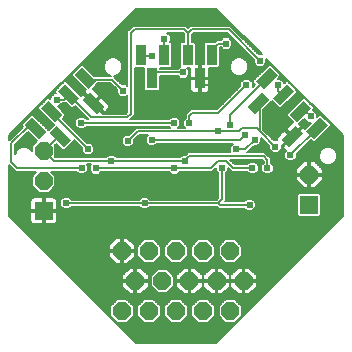
<source format=gbl>
G75*
%MOIN*%
%OFA0B0*%
%FSLAX24Y24*%
%IPPOS*%
%LPD*%
%AMOC8*
5,1,8,0,0,1.08239X$1,22.5*
%
%ADD10OC8,0.0594*%
%ADD11R,0.0600X0.0600*%
%ADD12OC8,0.0600*%
%ADD13R,0.0354X0.0669*%
%ADD14C,0.0238*%
%ADD15C,0.0060*%
%ADD16C,0.0120*%
D10*
X004834Y006096D03*
X005736Y006096D03*
X006185Y007096D03*
X007086Y007096D03*
X006638Y008096D03*
X007539Y008096D03*
X007988Y007096D03*
X007539Y006096D03*
X006638Y006096D03*
X005283Y007096D03*
X004834Y008096D03*
X005736Y008096D03*
X008441Y008096D03*
X008890Y007096D03*
X008441Y006096D03*
D11*
X011074Y009633D03*
X002229Y009431D03*
D12*
X002229Y010431D03*
X002229Y011431D03*
X011074Y010633D03*
D13*
G36*
X010390Y011550D02*
X010140Y011800D01*
X010612Y012272D01*
X010862Y012022D01*
X010390Y011550D01*
G37*
G36*
X011226Y011828D02*
X010976Y012078D01*
X011448Y012550D01*
X011698Y012300D01*
X011226Y011828D01*
G37*
G36*
X010669Y012385D02*
X010419Y012635D01*
X010891Y013107D01*
X011141Y012857D01*
X010669Y012385D01*
G37*
G36*
X010112Y012942D02*
X009862Y013192D01*
X010334Y013664D01*
X010584Y013414D01*
X010112Y012942D01*
G37*
G36*
X009277Y012663D02*
X009027Y012913D01*
X009499Y013385D01*
X009749Y013135D01*
X009277Y012663D01*
G37*
G36*
X009555Y013498D02*
X009305Y013748D01*
X009777Y014220D01*
X010027Y013970D01*
X009555Y013498D01*
G37*
X007821Y014636D03*
X007428Y013848D03*
X007034Y014636D03*
X006247Y014636D03*
X005853Y013848D03*
X005459Y014636D03*
G36*
X004254Y012913D02*
X004004Y012663D01*
X003532Y013135D01*
X003782Y013385D01*
X004254Y012913D01*
G37*
G36*
X003975Y013748D02*
X003725Y013498D01*
X003253Y013970D01*
X003503Y014220D01*
X003975Y013748D01*
G37*
G36*
X003419Y013192D02*
X003169Y012942D01*
X002697Y013414D01*
X002947Y013664D01*
X003419Y013192D01*
G37*
G36*
X002862Y012635D02*
X002612Y012385D01*
X002140Y012857D01*
X002390Y013107D01*
X002862Y012635D01*
G37*
G36*
X003140Y011800D02*
X002890Y011550D01*
X002418Y012022D01*
X002668Y012272D01*
X003140Y011800D01*
G37*
G36*
X002305Y012078D02*
X002055Y011828D01*
X001583Y012300D01*
X001833Y012550D01*
X002305Y012078D01*
G37*
D14*
X001640Y011762D03*
X002660Y013143D03*
X003480Y012363D03*
X003700Y011493D03*
X003491Y010856D03*
X003970Y010853D03*
X004480Y011103D03*
X005030Y011763D03*
X005538Y011525D03*
X005830Y011793D03*
X006444Y011486D03*
X006950Y011103D03*
X006580Y010853D03*
X005590Y009693D03*
X005066Y009124D03*
X004240Y008253D03*
X003680Y008263D03*
X003680Y007573D03*
X004240Y007573D03*
X002980Y009693D03*
X004318Y011998D03*
X004870Y013443D03*
X004420Y013553D03*
X004751Y015187D03*
X005850Y014613D03*
X006250Y015173D03*
X006759Y015266D03*
X007428Y014833D03*
X006872Y014053D03*
X007080Y012353D03*
X006570Y012363D03*
X008030Y012093D03*
X008430Y012303D03*
X008940Y011953D03*
X009270Y011813D03*
X009440Y011553D03*
X009950Y011573D03*
X010452Y011289D03*
X009680Y010863D03*
X009180Y010863D03*
X008640Y011483D03*
X008170Y010863D03*
X009090Y009633D03*
X009080Y008393D03*
X009080Y007873D03*
X009860Y007533D03*
X010420Y008093D03*
X009860Y008393D03*
X010980Y008653D03*
X011719Y011840D03*
X011129Y012588D03*
X010900Y012303D03*
X010030Y013633D03*
X009430Y014133D03*
X009436Y014439D03*
X008980Y013633D03*
X008580Y013643D03*
X008648Y014793D03*
X008300Y015013D03*
X008136Y015777D03*
D15*
X008631Y005698D02*
X004649Y005698D01*
X004674Y005709D02*
X004995Y005709D01*
X005221Y005935D01*
X005221Y006256D01*
X004995Y006482D01*
X004674Y006482D01*
X004448Y006256D01*
X004448Y005935D01*
X004674Y005709D01*
X004627Y005756D02*
X004591Y005756D01*
X004568Y005815D02*
X004532Y005815D01*
X004510Y005873D02*
X004474Y005873D01*
X004451Y005932D02*
X004415Y005932D01*
X004448Y005990D02*
X004357Y005990D01*
X004298Y006049D02*
X004448Y006049D01*
X004448Y006107D02*
X004240Y006107D01*
X004181Y006166D02*
X004448Y006166D01*
X004448Y006224D02*
X004123Y006224D01*
X004064Y006283D02*
X004475Y006283D01*
X004533Y006341D02*
X004006Y006341D01*
X003947Y006400D02*
X004592Y006400D01*
X004650Y006458D02*
X003889Y006458D01*
X003830Y006517D02*
X009450Y006517D01*
X009392Y006458D02*
X008625Y006458D01*
X008601Y006482D02*
X008281Y006482D01*
X008054Y006256D01*
X008054Y005935D01*
X008281Y005709D01*
X008601Y005709D01*
X008828Y005935D01*
X008828Y006256D01*
X008601Y006482D01*
X008684Y006400D02*
X009333Y006400D01*
X009275Y006341D02*
X008742Y006341D01*
X008801Y006283D02*
X009216Y006283D01*
X009158Y006224D02*
X008828Y006224D01*
X008828Y006166D02*
X009099Y006166D01*
X009041Y006107D02*
X008828Y006107D01*
X008828Y006049D02*
X008982Y006049D01*
X008924Y005990D02*
X008828Y005990D01*
X008824Y005932D02*
X008865Y005932D01*
X008807Y005873D02*
X008766Y005873D01*
X008748Y005815D02*
X008707Y005815D01*
X008690Y005756D02*
X008649Y005756D01*
X008573Y005639D02*
X004708Y005639D01*
X004766Y005581D02*
X008514Y005581D01*
X008456Y005522D02*
X004825Y005522D01*
X004883Y005464D02*
X008397Y005464D01*
X008339Y005405D02*
X004942Y005405D01*
X005000Y005347D02*
X008280Y005347D01*
X008222Y005288D02*
X005059Y005288D01*
X005117Y005230D02*
X008163Y005230D01*
X008105Y005171D02*
X005176Y005171D01*
X005234Y005113D02*
X008046Y005113D01*
X007988Y005054D02*
X005293Y005054D01*
X005307Y005040D02*
X001080Y009267D01*
X001080Y010953D01*
X001226Y010806D01*
X001297Y010736D01*
X001982Y010736D01*
X001839Y010593D01*
X001839Y010270D01*
X002067Y010041D01*
X002390Y010041D01*
X002619Y010270D01*
X002619Y010593D01*
X002476Y010736D01*
X003315Y010736D01*
X003404Y010647D01*
X003577Y010647D01*
X003700Y010770D01*
X003700Y010943D01*
X003659Y010983D01*
X003805Y010983D01*
X003761Y010940D01*
X003761Y010767D01*
X003884Y010644D01*
X004057Y010644D01*
X004146Y010733D01*
X006405Y010733D01*
X006494Y010644D01*
X006667Y010644D01*
X006756Y010733D01*
X007840Y010733D01*
X007961Y010855D01*
X007961Y010777D01*
X008050Y010688D01*
X008050Y009868D01*
X007996Y009813D01*
X005766Y009813D01*
X005677Y009902D01*
X005504Y009902D01*
X005415Y009813D01*
X003156Y009813D01*
X003067Y009902D01*
X002894Y009902D01*
X002771Y009780D01*
X002771Y009607D01*
X002894Y009484D01*
X003067Y009484D01*
X003156Y009573D01*
X005415Y009573D01*
X005504Y009484D01*
X005677Y009484D01*
X005766Y009573D01*
X007996Y009573D01*
X008056Y009513D01*
X008915Y009513D01*
X009004Y009424D01*
X009177Y009424D01*
X009299Y009547D01*
X009299Y009720D01*
X009177Y009842D01*
X009004Y009842D01*
X008915Y009753D01*
X008275Y009753D01*
X008290Y009769D01*
X008290Y010688D01*
X008379Y010777D01*
X008379Y010855D01*
X008420Y010814D01*
X008491Y010743D01*
X009005Y010743D01*
X009094Y010654D01*
X009267Y010654D01*
X009389Y010777D01*
X009389Y010950D01*
X009267Y011072D01*
X009094Y011072D01*
X009005Y010983D01*
X008590Y010983D01*
X008430Y011143D01*
X009506Y011143D01*
X009560Y011089D01*
X009560Y011039D01*
X009471Y010950D01*
X009471Y010777D01*
X009594Y010654D01*
X009767Y010654D01*
X009889Y010777D01*
X009889Y010950D01*
X009800Y011039D01*
X009800Y011188D01*
X009675Y011313D01*
X009605Y011383D01*
X009010Y011383D01*
X009060Y011434D01*
X009231Y011604D01*
X009357Y011604D01*
X009479Y011727D01*
X009479Y011875D01*
X009741Y011613D01*
X009741Y011487D01*
X009864Y011364D01*
X010037Y011364D01*
X010159Y011487D01*
X010159Y011611D01*
X010459Y011911D01*
X010250Y012120D01*
X010021Y011890D01*
X010002Y011857D01*
X009991Y011819D01*
X009991Y011782D01*
X009911Y011782D01*
X009550Y012143D01*
X009550Y012809D01*
X009833Y013092D01*
X010074Y012851D01*
X010149Y012851D01*
X010675Y013377D01*
X010675Y013451D01*
X010372Y013755D01*
X010297Y013755D01*
X010239Y013697D01*
X010239Y013720D01*
X010117Y013842D01*
X010027Y013842D01*
X010118Y013934D01*
X010118Y014008D01*
X009815Y014311D01*
X009740Y014311D01*
X009214Y013785D01*
X009214Y013711D01*
X009281Y013644D01*
X009189Y013552D01*
X009189Y013720D01*
X009067Y013842D01*
X008894Y013842D01*
X008771Y013720D01*
X008771Y013594D01*
X008001Y012823D01*
X007129Y012823D01*
X007059Y012753D01*
X006960Y012655D01*
X006960Y012529D01*
X006871Y012440D01*
X006871Y012267D01*
X006925Y012213D01*
X006716Y012213D01*
X006779Y012277D01*
X006779Y012450D01*
X006657Y012572D01*
X006484Y012572D01*
X006395Y012483D01*
X005115Y012483D01*
X005135Y012504D01*
X005260Y012629D01*
X005260Y014211D01*
X005586Y014211D01*
X005586Y013476D01*
X005639Y013424D01*
X006067Y013424D01*
X006120Y013476D01*
X006120Y013933D01*
X006696Y013933D01*
X006785Y013844D01*
X006958Y013844D01*
X007081Y013967D01*
X007081Y014140D01*
X007010Y014211D01*
X007105Y014211D01*
X007103Y014202D01*
X007103Y013878D01*
X007398Y013878D01*
X007398Y013818D01*
X007458Y013818D01*
X007458Y013878D01*
X007753Y013878D01*
X007753Y014202D01*
X007751Y014211D01*
X008036Y014211D01*
X008089Y014264D01*
X008089Y014882D01*
X008136Y014882D01*
X008125Y014893D02*
X008214Y014804D01*
X008387Y014804D01*
X008509Y014927D01*
X008509Y015100D01*
X008387Y015222D01*
X008214Y015222D01*
X008125Y015133D01*
X008001Y015133D01*
X007928Y015060D01*
X007607Y015060D01*
X007554Y015008D01*
X007554Y014331D01*
X007458Y014331D01*
X007458Y013878D01*
X007398Y013878D01*
X007398Y014331D01*
X007301Y014331D01*
X007301Y015008D01*
X007249Y015060D01*
X007154Y015060D01*
X007154Y015309D01*
X007209Y015363D01*
X008341Y015363D01*
X009227Y014478D01*
X009227Y014352D01*
X009349Y014230D01*
X009522Y014230D01*
X009645Y014352D01*
X009645Y014503D01*
X012201Y011949D01*
X012201Y009267D01*
X007973Y005040D01*
X005307Y005040D01*
X005576Y005709D02*
X005896Y005709D01*
X006123Y005935D01*
X006123Y006256D01*
X005896Y006482D01*
X005576Y006482D01*
X005349Y006256D01*
X005349Y005935D01*
X005576Y005709D01*
X005528Y005756D02*
X005042Y005756D01*
X005101Y005815D02*
X005470Y005815D01*
X005411Y005873D02*
X005159Y005873D01*
X005218Y005932D02*
X005353Y005932D01*
X005349Y005990D02*
X005221Y005990D01*
X005221Y006049D02*
X005349Y006049D01*
X005349Y006107D02*
X005221Y006107D01*
X005221Y006166D02*
X005349Y006166D01*
X005349Y006224D02*
X005221Y006224D01*
X005194Y006283D02*
X005376Y006283D01*
X005435Y006341D02*
X005136Y006341D01*
X005077Y006400D02*
X005493Y006400D01*
X005552Y006458D02*
X005019Y006458D01*
X005099Y006651D02*
X005253Y006651D01*
X005253Y007066D01*
X004838Y007066D01*
X004838Y006911D01*
X005099Y006651D01*
X005057Y006692D02*
X003655Y006692D01*
X003713Y006634D02*
X009567Y006634D01*
X009509Y006575D02*
X003772Y006575D01*
X003596Y006751D02*
X004999Y006751D01*
X004940Y006809D02*
X003538Y006809D01*
X003479Y006868D02*
X004882Y006868D01*
X004838Y006926D02*
X003421Y006926D01*
X003362Y006985D02*
X004838Y006985D01*
X004838Y007043D02*
X003304Y007043D01*
X003245Y007102D02*
X005253Y007102D01*
X005253Y007126D02*
X005253Y007066D01*
X005313Y007066D01*
X005313Y007126D01*
X005253Y007126D01*
X005253Y007540D01*
X005099Y007540D01*
X004838Y007280D01*
X004838Y007126D01*
X005253Y007126D01*
X005253Y007160D02*
X005313Y007160D01*
X005313Y007126D02*
X005313Y007540D01*
X005468Y007540D01*
X005728Y007280D01*
X005728Y007126D01*
X005313Y007126D01*
X005313Y007102D02*
X005798Y007102D01*
X005798Y007160D02*
X005728Y007160D01*
X005728Y007219D02*
X005798Y007219D01*
X005798Y007256D02*
X005798Y006935D01*
X006025Y006709D01*
X006345Y006709D01*
X006572Y006935D01*
X006572Y007256D01*
X006345Y007482D01*
X006025Y007482D01*
X005798Y007256D01*
X005820Y007277D02*
X005728Y007277D01*
X005672Y007336D02*
X005878Y007336D01*
X005937Y007394D02*
X005614Y007394D01*
X005555Y007453D02*
X005995Y007453D01*
X005896Y007709D02*
X006123Y007935D01*
X006123Y008256D01*
X005896Y008482D01*
X005576Y008482D01*
X005349Y008256D01*
X005349Y007935D01*
X005576Y007709D01*
X005896Y007709D01*
X005933Y007745D02*
X006441Y007745D01*
X006477Y007709D02*
X006798Y007709D01*
X007024Y007935D01*
X007024Y008256D01*
X006798Y008482D01*
X006477Y008482D01*
X006251Y008256D01*
X006251Y007935D01*
X006477Y007709D01*
X006382Y007804D02*
X005991Y007804D01*
X006050Y007862D02*
X006324Y007862D01*
X006265Y007921D02*
X006108Y007921D01*
X006123Y007979D02*
X006251Y007979D01*
X006251Y008038D02*
X006123Y008038D01*
X006123Y008096D02*
X006251Y008096D01*
X006251Y008155D02*
X006123Y008155D01*
X006123Y008213D02*
X006251Y008213D01*
X006267Y008272D02*
X006107Y008272D01*
X006048Y008330D02*
X006325Y008330D01*
X006384Y008389D02*
X005990Y008389D01*
X005931Y008447D02*
X006442Y008447D01*
X006833Y008447D02*
X007344Y008447D01*
X007379Y008482D02*
X007152Y008256D01*
X007152Y007935D01*
X007379Y007709D01*
X007699Y007709D01*
X007926Y007935D01*
X007926Y008256D01*
X007699Y008482D01*
X007379Y008482D01*
X007285Y008389D02*
X006891Y008389D01*
X006950Y008330D02*
X007227Y008330D01*
X007168Y008272D02*
X007008Y008272D01*
X007024Y008213D02*
X007152Y008213D01*
X007152Y008155D02*
X007024Y008155D01*
X007024Y008096D02*
X007152Y008096D01*
X007152Y008038D02*
X007024Y008038D01*
X007024Y007979D02*
X007152Y007979D01*
X007167Y007921D02*
X007010Y007921D01*
X006952Y007862D02*
X007225Y007862D01*
X007284Y007804D02*
X006893Y007804D01*
X006835Y007745D02*
X007342Y007745D01*
X007271Y007540D02*
X007116Y007540D01*
X007116Y007126D01*
X007056Y007126D01*
X007056Y007540D01*
X006902Y007540D01*
X006641Y007280D01*
X006641Y007126D01*
X007056Y007126D01*
X007056Y007066D01*
X006641Y007066D01*
X006641Y006911D01*
X006902Y006651D01*
X007056Y006651D01*
X007056Y007066D01*
X007116Y007066D01*
X007116Y007126D01*
X007531Y007126D01*
X007531Y007280D01*
X007271Y007540D01*
X007300Y007511D02*
X007775Y007511D01*
X007804Y007540D02*
X007543Y007280D01*
X007543Y007126D01*
X007958Y007126D01*
X007958Y007540D01*
X007804Y007540D01*
X007716Y007453D02*
X007358Y007453D01*
X007417Y007394D02*
X007658Y007394D01*
X007599Y007336D02*
X007475Y007336D01*
X007531Y007277D02*
X007543Y007277D01*
X007543Y007219D02*
X007531Y007219D01*
X007531Y007160D02*
X007543Y007160D01*
X007543Y007066D02*
X007543Y006911D01*
X007804Y006651D01*
X007958Y006651D01*
X007958Y007066D01*
X007543Y007066D01*
X007531Y007066D02*
X007116Y007066D01*
X007116Y006651D01*
X007271Y006651D01*
X007531Y006911D01*
X007531Y007066D01*
X007531Y007043D02*
X007543Y007043D01*
X007543Y006985D02*
X007531Y006985D01*
X007531Y006926D02*
X007543Y006926D01*
X007586Y006868D02*
X007488Y006868D01*
X007430Y006809D02*
X007645Y006809D01*
X007703Y006751D02*
X007371Y006751D01*
X007313Y006692D02*
X007762Y006692D01*
X007699Y006482D02*
X007379Y006482D01*
X007152Y006256D01*
X007152Y005935D01*
X007379Y005709D01*
X007699Y005709D01*
X007926Y005935D01*
X007926Y006256D01*
X007699Y006482D01*
X007723Y006458D02*
X008256Y006458D01*
X008198Y006400D02*
X007782Y006400D01*
X007840Y006341D02*
X008139Y006341D01*
X008081Y006283D02*
X007899Y006283D01*
X007926Y006224D02*
X008054Y006224D01*
X008054Y006166D02*
X007926Y006166D01*
X007926Y006107D02*
X008054Y006107D01*
X008054Y006049D02*
X007926Y006049D01*
X007926Y005990D02*
X008054Y005990D01*
X008057Y005932D02*
X007923Y005932D01*
X007864Y005873D02*
X008116Y005873D01*
X008174Y005815D02*
X007806Y005815D01*
X007747Y005756D02*
X008233Y005756D01*
X008172Y006651D02*
X008018Y006651D01*
X008018Y007066D01*
X008018Y007126D01*
X007958Y007126D01*
X007958Y007066D01*
X008018Y007066D01*
X008433Y007066D01*
X008433Y006911D01*
X008172Y006651D01*
X008214Y006692D02*
X008664Y006692D01*
X008705Y006651D02*
X008445Y006911D01*
X008445Y007066D01*
X008860Y007066D01*
X008860Y007126D01*
X008860Y007540D01*
X008705Y007540D01*
X008445Y007280D01*
X008445Y007126D01*
X008860Y007126D01*
X008920Y007126D01*
X008920Y007540D01*
X009074Y007540D01*
X009335Y007280D01*
X009335Y007126D01*
X008920Y007126D01*
X008920Y007066D01*
X009335Y007066D01*
X009335Y006911D01*
X009074Y006651D01*
X008920Y006651D01*
X008920Y007066D01*
X008860Y007066D01*
X008860Y006651D01*
X008705Y006651D01*
X008605Y006751D02*
X008273Y006751D01*
X008331Y006809D02*
X008547Y006809D01*
X008488Y006868D02*
X008390Y006868D01*
X008433Y006926D02*
X008445Y006926D01*
X008445Y006985D02*
X008433Y006985D01*
X008433Y007043D02*
X008445Y007043D01*
X008433Y007126D02*
X008433Y007280D01*
X008172Y007540D01*
X008018Y007540D01*
X008018Y007126D01*
X008433Y007126D01*
X008433Y007160D02*
X008445Y007160D01*
X008445Y007219D02*
X008433Y007219D01*
X008433Y007277D02*
X008445Y007277D01*
X008501Y007336D02*
X008377Y007336D01*
X008318Y007394D02*
X008559Y007394D01*
X008618Y007453D02*
X008260Y007453D01*
X008201Y007511D02*
X008676Y007511D01*
X008601Y007709D02*
X008828Y007935D01*
X008828Y008256D01*
X008601Y008482D01*
X008281Y008482D01*
X008054Y008256D01*
X008054Y007935D01*
X008281Y007709D01*
X008601Y007709D01*
X008638Y007745D02*
X010679Y007745D01*
X010620Y007687D02*
X005055Y007687D01*
X005019Y007651D02*
X004864Y007651D01*
X004864Y008066D01*
X004864Y008126D01*
X004804Y008126D01*
X004804Y008540D01*
X004650Y008540D01*
X004390Y008280D01*
X004390Y008126D01*
X004804Y008126D01*
X004804Y008066D01*
X004390Y008066D01*
X004390Y007911D01*
X004650Y007651D01*
X004804Y007651D01*
X004804Y008066D01*
X004864Y008066D01*
X005279Y008066D01*
X005279Y007911D01*
X005019Y007651D01*
X005114Y007745D02*
X005539Y007745D01*
X005481Y007804D02*
X005172Y007804D01*
X005231Y007862D02*
X005422Y007862D01*
X005364Y007921D02*
X005279Y007921D01*
X005279Y007979D02*
X005349Y007979D01*
X005349Y008038D02*
X005279Y008038D01*
X005279Y008126D02*
X005279Y008280D01*
X005019Y008540D01*
X004864Y008540D01*
X004864Y008126D01*
X005279Y008126D01*
X005279Y008155D02*
X005349Y008155D01*
X005349Y008213D02*
X005279Y008213D01*
X005279Y008272D02*
X005365Y008272D01*
X005424Y008330D02*
X005229Y008330D01*
X005170Y008389D02*
X005482Y008389D01*
X005541Y008447D02*
X005112Y008447D01*
X005053Y008506D02*
X011439Y008506D01*
X011381Y008447D02*
X008636Y008447D01*
X008695Y008389D02*
X011322Y008389D01*
X011264Y008330D02*
X008753Y008330D01*
X008812Y008272D02*
X011205Y008272D01*
X011147Y008213D02*
X008828Y008213D01*
X008828Y008155D02*
X011088Y008155D01*
X011030Y008096D02*
X008828Y008096D01*
X008828Y008038D02*
X010971Y008038D01*
X010913Y007979D02*
X008828Y007979D01*
X008813Y007921D02*
X010854Y007921D01*
X010796Y007862D02*
X008755Y007862D01*
X008696Y007804D02*
X010737Y007804D01*
X010562Y007628D02*
X002719Y007628D01*
X002777Y007570D02*
X010503Y007570D01*
X010445Y007511D02*
X009103Y007511D01*
X009162Y007453D02*
X010386Y007453D01*
X010328Y007394D02*
X009220Y007394D01*
X009279Y007336D02*
X010269Y007336D01*
X010211Y007277D02*
X009335Y007277D01*
X009335Y007219D02*
X010152Y007219D01*
X010094Y007160D02*
X009335Y007160D01*
X009335Y007043D02*
X009977Y007043D01*
X009918Y006985D02*
X009335Y006985D01*
X009335Y006926D02*
X009860Y006926D01*
X009801Y006868D02*
X009291Y006868D01*
X009233Y006809D02*
X009743Y006809D01*
X009684Y006751D02*
X009174Y006751D01*
X009116Y006692D02*
X009626Y006692D01*
X010035Y007102D02*
X008920Y007102D01*
X008920Y007160D02*
X008860Y007160D01*
X008860Y007102D02*
X008018Y007102D01*
X008018Y007160D02*
X007958Y007160D01*
X007958Y007102D02*
X007116Y007102D01*
X007116Y007160D02*
X007056Y007160D01*
X007056Y007102D02*
X006572Y007102D01*
X006572Y007160D02*
X006641Y007160D01*
X006641Y007219D02*
X006572Y007219D01*
X006550Y007277D02*
X006641Y007277D01*
X006697Y007336D02*
X006492Y007336D01*
X006433Y007394D02*
X006756Y007394D01*
X006814Y007453D02*
X006375Y007453D01*
X006572Y007043D02*
X006641Y007043D01*
X006641Y006985D02*
X006572Y006985D01*
X006563Y006926D02*
X006641Y006926D01*
X006685Y006868D02*
X006504Y006868D01*
X006446Y006809D02*
X006743Y006809D01*
X006802Y006751D02*
X006387Y006751D01*
X006477Y006482D02*
X006251Y006256D01*
X006251Y005935D01*
X006477Y005709D01*
X006798Y005709D01*
X007024Y005935D01*
X007024Y006256D01*
X006798Y006482D01*
X006477Y006482D01*
X006453Y006458D02*
X005920Y006458D01*
X005979Y006400D02*
X006395Y006400D01*
X006336Y006341D02*
X006037Y006341D01*
X006096Y006283D02*
X006278Y006283D01*
X006251Y006224D02*
X006123Y006224D01*
X006123Y006166D02*
X006251Y006166D01*
X006251Y006107D02*
X006123Y006107D01*
X006123Y006049D02*
X006251Y006049D01*
X006251Y005990D02*
X006123Y005990D01*
X006119Y005932D02*
X006254Y005932D01*
X006313Y005873D02*
X006061Y005873D01*
X006002Y005815D02*
X006371Y005815D01*
X006430Y005756D02*
X005944Y005756D01*
X005982Y006751D02*
X005568Y006751D01*
X005626Y006809D02*
X005924Y006809D01*
X005865Y006868D02*
X005685Y006868D01*
X005728Y006911D02*
X005728Y007066D01*
X005313Y007066D01*
X005313Y006651D01*
X005468Y006651D01*
X005728Y006911D01*
X005728Y006926D02*
X005807Y006926D01*
X005798Y006985D02*
X005728Y006985D01*
X005728Y007043D02*
X005798Y007043D01*
X005509Y006692D02*
X006860Y006692D01*
X007056Y006692D02*
X007116Y006692D01*
X007116Y006751D02*
X007056Y006751D01*
X007056Y006809D02*
X007116Y006809D01*
X007116Y006868D02*
X007056Y006868D01*
X007056Y006926D02*
X007116Y006926D01*
X007116Y006985D02*
X007056Y006985D01*
X007056Y007043D02*
X007116Y007043D01*
X007116Y007219D02*
X007056Y007219D01*
X007056Y007277D02*
X007116Y007277D01*
X007116Y007336D02*
X007056Y007336D01*
X007056Y007394D02*
X007116Y007394D01*
X007116Y007453D02*
X007056Y007453D01*
X007056Y007511D02*
X007116Y007511D01*
X006873Y007511D02*
X005497Y007511D01*
X005313Y007511D02*
X005253Y007511D01*
X005253Y007453D02*
X005313Y007453D01*
X005313Y007394D02*
X005253Y007394D01*
X005253Y007336D02*
X005313Y007336D01*
X005313Y007277D02*
X005253Y007277D01*
X005253Y007219D02*
X005313Y007219D01*
X005313Y007043D02*
X005253Y007043D01*
X005253Y006985D02*
X005313Y006985D01*
X005313Y006926D02*
X005253Y006926D01*
X005253Y006868D02*
X005313Y006868D01*
X005313Y006809D02*
X005253Y006809D01*
X005253Y006751D02*
X005313Y006751D01*
X005313Y006692D02*
X005253Y006692D01*
X004838Y007160D02*
X003187Y007160D01*
X003128Y007219D02*
X004838Y007219D01*
X004838Y007277D02*
X003070Y007277D01*
X003011Y007336D02*
X004894Y007336D01*
X004953Y007394D02*
X002953Y007394D01*
X002894Y007453D02*
X005011Y007453D01*
X005070Y007511D02*
X002836Y007511D01*
X002660Y007687D02*
X004614Y007687D01*
X004555Y007745D02*
X002602Y007745D01*
X002543Y007804D02*
X004497Y007804D01*
X004438Y007862D02*
X002485Y007862D01*
X002426Y007921D02*
X004390Y007921D01*
X004390Y007979D02*
X002368Y007979D01*
X002309Y008038D02*
X004390Y008038D01*
X004390Y008155D02*
X002192Y008155D01*
X002134Y008213D02*
X004390Y008213D01*
X004390Y008272D02*
X002075Y008272D01*
X002017Y008330D02*
X004440Y008330D01*
X004499Y008389D02*
X001958Y008389D01*
X001900Y008447D02*
X004557Y008447D01*
X004616Y008506D02*
X001841Y008506D01*
X001783Y008564D02*
X011498Y008564D01*
X011556Y008623D02*
X001724Y008623D01*
X001666Y008681D02*
X011615Y008681D01*
X011673Y008740D02*
X001607Y008740D01*
X001549Y008798D02*
X011732Y008798D01*
X011790Y008857D02*
X001490Y008857D01*
X001432Y008915D02*
X011849Y008915D01*
X011907Y008974D02*
X001373Y008974D01*
X001315Y009032D02*
X001818Y009032D01*
X001810Y009041D02*
X001838Y009013D01*
X001872Y008993D01*
X001909Y008983D01*
X002199Y008983D01*
X002199Y009401D01*
X002259Y009401D01*
X002259Y008983D01*
X002548Y008983D01*
X002586Y008993D01*
X002620Y009013D01*
X002647Y009041D01*
X002667Y009074D01*
X002677Y009112D01*
X002677Y009401D01*
X002259Y009401D01*
X002259Y009461D01*
X002677Y009461D01*
X002677Y009751D01*
X002667Y009789D01*
X002647Y009822D01*
X002620Y009850D01*
X002586Y009870D01*
X002548Y009880D01*
X002259Y009880D01*
X002259Y009461D01*
X002199Y009461D01*
X002199Y009401D01*
X001781Y009401D01*
X001781Y009112D01*
X001791Y009074D01*
X001810Y009041D01*
X001786Y009091D02*
X001256Y009091D01*
X001198Y009149D02*
X001781Y009149D01*
X001781Y009208D02*
X001139Y009208D01*
X001081Y009266D02*
X001781Y009266D01*
X001781Y009325D02*
X001080Y009325D01*
X001080Y009383D02*
X001781Y009383D01*
X001781Y009461D02*
X001781Y009751D01*
X001791Y009789D01*
X001810Y009822D01*
X001838Y009850D01*
X001872Y009870D01*
X001909Y009880D01*
X002199Y009880D01*
X002199Y009461D01*
X001781Y009461D01*
X001781Y009500D02*
X001080Y009500D01*
X001080Y009442D02*
X002199Y009442D01*
X002199Y009500D02*
X002259Y009500D01*
X002259Y009442D02*
X008986Y009442D01*
X008928Y009500D02*
X005693Y009500D01*
X005752Y009559D02*
X008010Y009559D01*
X008105Y009633D02*
X008045Y009693D01*
X008170Y009818D01*
X008170Y010863D01*
X008332Y010729D02*
X009019Y010729D01*
X009078Y010670D02*
X008290Y010670D01*
X008290Y010612D02*
X011044Y010612D01*
X011044Y010603D02*
X010626Y010603D01*
X010626Y010447D01*
X010889Y010185D01*
X011044Y010185D01*
X011044Y010603D01*
X011044Y010663D01*
X010626Y010663D01*
X010626Y010819D01*
X010889Y011081D01*
X011044Y011081D01*
X011044Y010663D01*
X011104Y010663D01*
X011104Y011081D01*
X011260Y011081D01*
X011522Y010819D01*
X011522Y010663D01*
X011104Y010663D01*
X011104Y010603D01*
X011104Y010185D01*
X011260Y010185D01*
X011522Y010447D01*
X011522Y010603D01*
X011104Y010603D01*
X011044Y010603D01*
X011044Y010553D02*
X011104Y010553D01*
X011104Y010495D02*
X011044Y010495D01*
X011044Y010436D02*
X011104Y010436D01*
X011104Y010378D02*
X011044Y010378D01*
X011044Y010319D02*
X011104Y010319D01*
X011104Y010261D02*
X011044Y010261D01*
X011044Y010202D02*
X011104Y010202D01*
X010871Y010202D02*
X008290Y010202D01*
X008290Y010144D02*
X012201Y010144D01*
X012201Y010202D02*
X011277Y010202D01*
X011336Y010261D02*
X012201Y010261D01*
X012201Y010319D02*
X011394Y010319D01*
X011453Y010378D02*
X012201Y010378D01*
X012201Y010436D02*
X011511Y010436D01*
X011522Y010495D02*
X012201Y010495D01*
X012201Y010553D02*
X011522Y010553D01*
X011522Y010670D02*
X012201Y010670D01*
X012201Y010612D02*
X011104Y010612D01*
X011104Y010670D02*
X011044Y010670D01*
X011044Y010729D02*
X011104Y010729D01*
X011104Y010787D02*
X011044Y010787D01*
X011044Y010846D02*
X011104Y010846D01*
X011104Y010904D02*
X011044Y010904D01*
X011044Y010963D02*
X011104Y010963D01*
X011104Y011021D02*
X011044Y011021D01*
X011044Y011080D02*
X011104Y011080D01*
X010887Y011080D02*
X009800Y011080D01*
X009800Y011138D02*
X010308Y011138D01*
X010366Y011080D02*
X010539Y011080D01*
X010661Y011203D01*
X010661Y011329D01*
X011129Y011796D01*
X011188Y011737D01*
X011263Y011737D01*
X011789Y012263D01*
X011789Y012338D01*
X011485Y012641D01*
X011411Y012641D01*
X011338Y012568D01*
X011338Y012675D01*
X011215Y012797D01*
X011209Y012797D01*
X011232Y012820D01*
X011232Y012895D01*
X010928Y013198D01*
X010854Y013198D01*
X010328Y012672D01*
X010328Y012597D01*
X010530Y012396D01*
X010522Y012391D01*
X010293Y012162D01*
X010501Y011953D01*
X010459Y011911D01*
X010501Y011868D01*
X010181Y011548D01*
X010299Y011431D01*
X010243Y011376D01*
X010243Y011203D01*
X010366Y011080D01*
X010249Y011197D02*
X009792Y011197D01*
X009733Y011255D02*
X010243Y011255D01*
X010243Y011314D02*
X009675Y011314D01*
X009616Y011372D02*
X009856Y011372D01*
X009797Y011431D02*
X009058Y011431D01*
X009116Y011489D02*
X009741Y011489D01*
X009741Y011548D02*
X009175Y011548D01*
X009359Y011606D02*
X009741Y011606D01*
X009689Y011665D02*
X009418Y011665D01*
X009476Y011723D02*
X009631Y011723D01*
X009572Y011782D02*
X009479Y011782D01*
X009479Y011840D02*
X009514Y011840D01*
X009678Y012016D02*
X010147Y012016D01*
X010205Y012074D02*
X009619Y012074D01*
X009561Y012133D02*
X010322Y012133D01*
X010322Y012191D02*
X009550Y012191D01*
X009550Y012250D02*
X010381Y012250D01*
X010439Y012308D02*
X009550Y012308D01*
X009550Y012367D02*
X010498Y012367D01*
X010500Y012425D02*
X009550Y012425D01*
X009550Y012484D02*
X010441Y012484D01*
X010383Y012542D02*
X009550Y012542D01*
X009550Y012601D02*
X010328Y012601D01*
X010328Y012659D02*
X009550Y012659D01*
X009550Y012718D02*
X010374Y012718D01*
X010432Y012776D02*
X009550Y012776D01*
X009576Y012835D02*
X010491Y012835D01*
X010549Y012893D02*
X010192Y012893D01*
X010250Y012952D02*
X010608Y012952D01*
X010666Y013010D02*
X010309Y013010D01*
X010367Y013069D02*
X010725Y013069D01*
X010783Y013127D02*
X010426Y013127D01*
X010484Y013186D02*
X010842Y013186D01*
X010904Y013244D02*
X010543Y013244D01*
X010601Y013303D02*
X010846Y013303D01*
X010787Y013361D02*
X010660Y013361D01*
X010675Y013420D02*
X010729Y013420D01*
X010670Y013478D02*
X010648Y013478D01*
X010612Y013537D02*
X010589Y013537D01*
X010553Y013595D02*
X010531Y013595D01*
X010494Y013654D02*
X010472Y013654D01*
X010436Y013712D02*
X010414Y013712D01*
X010377Y013771D02*
X010188Y013771D01*
X010239Y013712D02*
X010255Y013712D01*
X010319Y013829D02*
X010130Y013829D01*
X010073Y013888D02*
X010260Y013888D01*
X010202Y013946D02*
X010118Y013946D01*
X010118Y014005D02*
X010143Y014005D01*
X010085Y014063D02*
X010063Y014063D01*
X010026Y014122D02*
X010004Y014122D01*
X009967Y014180D02*
X009946Y014180D01*
X009909Y014239D02*
X009887Y014239D01*
X009850Y014297D02*
X009829Y014297D01*
X009792Y014356D02*
X009645Y014356D01*
X009645Y014414D02*
X009733Y014414D01*
X009675Y014473D02*
X009645Y014473D01*
X009590Y014297D02*
X009726Y014297D01*
X009668Y014239D02*
X009531Y014239D01*
X009609Y014180D02*
X009046Y014180D01*
X009046Y014181D02*
X009044Y014176D01*
X009044Y014170D01*
X008997Y014058D01*
X008911Y013972D01*
X008799Y013925D01*
X008677Y013925D01*
X008565Y013972D01*
X008479Y014058D01*
X008433Y014170D01*
X008433Y014292D01*
X008435Y014297D01*
X008435Y014303D01*
X008481Y014415D01*
X008567Y014501D01*
X008680Y014548D01*
X008801Y014548D01*
X008913Y014501D01*
X008999Y014415D01*
X009046Y014303D01*
X009046Y014181D01*
X009046Y014239D02*
X009340Y014239D01*
X009281Y014297D02*
X009046Y014297D01*
X009024Y014356D02*
X009227Y014356D01*
X009227Y014414D02*
X009000Y014414D01*
X008942Y014473D02*
X009227Y014473D01*
X009173Y014531D02*
X008840Y014531D01*
X008998Y014707D02*
X008089Y014707D01*
X008089Y014765D02*
X008939Y014765D01*
X008881Y014824D02*
X008407Y014824D01*
X008465Y014882D02*
X008822Y014882D01*
X008764Y014941D02*
X008509Y014941D01*
X008509Y014999D02*
X008705Y014999D01*
X008647Y015058D02*
X008509Y015058D01*
X008493Y015116D02*
X008588Y015116D01*
X008530Y015175D02*
X008434Y015175D01*
X008471Y015233D02*
X007154Y015233D01*
X007154Y015175D02*
X008166Y015175D01*
X008050Y015013D02*
X007930Y014893D01*
X007930Y014745D01*
X007821Y014636D01*
X007554Y014648D02*
X007301Y014648D01*
X007301Y014590D02*
X007554Y014590D01*
X007554Y014531D02*
X007301Y014531D01*
X007301Y014473D02*
X007554Y014473D01*
X007554Y014414D02*
X007301Y014414D01*
X007301Y014356D02*
X007554Y014356D01*
X007458Y014297D02*
X007398Y014297D01*
X007398Y014239D02*
X007458Y014239D01*
X007458Y014180D02*
X007398Y014180D01*
X007398Y014122D02*
X007458Y014122D01*
X007458Y014063D02*
X007398Y014063D01*
X007398Y014005D02*
X007458Y014005D01*
X007458Y013946D02*
X007398Y013946D01*
X007398Y013888D02*
X007458Y013888D01*
X007428Y013848D02*
X007428Y013768D01*
X007553Y013643D01*
X008580Y013643D01*
X008714Y013537D02*
X007753Y013537D01*
X007753Y013494D02*
X007753Y013818D01*
X007458Y013818D01*
X007458Y013365D01*
X007624Y013365D01*
X007662Y013376D01*
X007696Y013395D01*
X007723Y013423D01*
X007743Y013456D01*
X007753Y013494D01*
X007749Y013478D02*
X008656Y013478D01*
X008597Y013420D02*
X007721Y013420D01*
X007753Y013595D02*
X008771Y013595D01*
X008771Y013654D02*
X007753Y013654D01*
X007753Y013712D02*
X008771Y013712D01*
X008822Y013771D02*
X007753Y013771D01*
X007753Y013888D02*
X009317Y013888D01*
X009375Y013946D02*
X008850Y013946D01*
X008944Y014005D02*
X009434Y014005D01*
X009492Y014063D02*
X009000Y014063D01*
X009024Y014122D02*
X009551Y014122D01*
X009436Y014439D02*
X008391Y015483D01*
X007159Y015483D01*
X007034Y015358D01*
X007034Y014636D01*
X007034Y015368D01*
X006909Y015493D01*
X005265Y015493D01*
X005140Y015368D01*
X005140Y012678D01*
X005015Y012553D01*
X003807Y012553D01*
X003058Y013303D01*
X002898Y013143D01*
X002660Y013143D01*
X002524Y013303D02*
X002435Y013303D01*
X002466Y013244D02*
X002377Y013244D01*
X002352Y013198D02*
X002049Y012895D01*
X002049Y012820D01*
X002569Y012300D01*
X002390Y012122D01*
X001870Y012641D01*
X001796Y012641D01*
X001492Y012338D01*
X001492Y012263D01*
X001521Y012234D01*
X001101Y011813D01*
X001080Y011792D01*
X001080Y011949D01*
X005307Y016173D01*
X007973Y016173D01*
X009499Y014648D01*
X009396Y014648D01*
X008441Y015603D01*
X007109Y015603D01*
X007039Y015533D01*
X007029Y015543D01*
X006959Y015613D01*
X005216Y015613D01*
X005091Y015488D01*
X005020Y015418D01*
X005020Y013589D01*
X004957Y013652D01*
X004831Y013652D01*
X004620Y013863D01*
X004558Y013925D01*
X004603Y013925D01*
X004716Y013972D01*
X004802Y014058D01*
X004848Y014170D01*
X004848Y014292D01*
X004846Y014297D01*
X004846Y014303D01*
X004799Y014415D01*
X004713Y014501D01*
X004601Y014548D01*
X004480Y014548D01*
X004367Y014501D01*
X004281Y014415D01*
X004235Y014303D01*
X004235Y014181D01*
X004237Y014176D01*
X004237Y014170D01*
X004284Y014058D01*
X004370Y013972D01*
X004462Y013933D01*
X003918Y013933D01*
X003540Y014311D01*
X003466Y014311D01*
X003163Y014008D01*
X003163Y013934D01*
X003641Y013455D01*
X003573Y013387D01*
X003893Y013067D01*
X004102Y013275D01*
X003872Y013505D01*
X003865Y013509D01*
X004049Y013693D01*
X004451Y013693D01*
X004661Y013483D01*
X004661Y013357D01*
X004784Y013234D01*
X004957Y013234D01*
X005020Y013298D01*
X005020Y012728D01*
X004966Y012673D01*
X004201Y012673D01*
X003893Y012982D01*
X003935Y013024D01*
X004255Y012704D01*
X004373Y012822D01*
X004393Y012856D01*
X004403Y012893D01*
X005020Y012893D01*
X005020Y012835D02*
X004381Y012835D01*
X004403Y012893D02*
X004403Y012932D01*
X004393Y012970D01*
X004373Y013004D01*
X004144Y013233D01*
X003935Y013024D01*
X003893Y013067D01*
X003850Y013024D01*
X003530Y013344D01*
X003462Y013276D01*
X002984Y013755D01*
X002909Y013755D01*
X002606Y013451D01*
X002606Y013377D01*
X002630Y013352D01*
X002574Y013352D01*
X002451Y013230D01*
X002451Y013173D01*
X002427Y013198D01*
X002352Y013198D01*
X002340Y013186D02*
X002318Y013186D01*
X002282Y013127D02*
X002259Y013127D01*
X002223Y013069D02*
X002201Y013069D01*
X002165Y013010D02*
X002142Y013010D01*
X002106Y012952D02*
X002084Y012952D01*
X002049Y012893D02*
X002025Y012893D01*
X002049Y012835D02*
X001967Y012835D01*
X001908Y012776D02*
X002093Y012776D01*
X002151Y012718D02*
X001850Y012718D01*
X001791Y012659D02*
X002210Y012659D01*
X002268Y012601D02*
X001910Y012601D01*
X001969Y012542D02*
X002327Y012542D01*
X002385Y012484D02*
X002027Y012484D01*
X002086Y012425D02*
X002444Y012425D01*
X002502Y012367D02*
X002144Y012367D01*
X002203Y012308D02*
X002561Y012308D01*
X002518Y012250D02*
X002261Y012250D01*
X002320Y012191D02*
X002459Y012191D01*
X002401Y012133D02*
X002378Y012133D01*
X002708Y011911D02*
X002779Y011911D01*
X002708Y011911D02*
X002229Y011431D01*
X002557Y011103D01*
X004480Y011103D01*
X006950Y011103D01*
X006950Y011138D02*
X007075Y011263D01*
X009555Y011263D01*
X009680Y011138D01*
X009680Y010863D01*
X009519Y010729D02*
X009342Y010729D01*
X009389Y010787D02*
X009471Y010787D01*
X009471Y010846D02*
X009389Y010846D01*
X009389Y010904D02*
X009471Y010904D01*
X009484Y010963D02*
X009377Y010963D01*
X009318Y011021D02*
X009543Y011021D01*
X009560Y011080D02*
X008494Y011080D01*
X008552Y011021D02*
X009043Y011021D01*
X009180Y010863D02*
X008540Y010863D01*
X008310Y011093D01*
X008030Y011093D01*
X007790Y010853D01*
X006580Y010853D01*
X003970Y010853D01*
X003761Y010846D02*
X003700Y010846D01*
X003700Y010904D02*
X003761Y010904D01*
X003784Y010963D02*
X003680Y010963D01*
X003700Y010787D02*
X003761Y010787D01*
X003799Y010729D02*
X003659Y010729D01*
X003601Y010670D02*
X003858Y010670D01*
X004083Y010670D02*
X006468Y010670D01*
X006409Y010729D02*
X004142Y010729D01*
X004305Y011223D02*
X002607Y011223D01*
X002589Y011241D01*
X002619Y011270D01*
X002619Y011593D01*
X002589Y011622D01*
X002640Y011673D01*
X002853Y011459D01*
X002928Y011459D01*
X003231Y011762D01*
X003231Y011793D01*
X003491Y011533D01*
X003491Y011407D01*
X003614Y011284D01*
X003787Y011284D01*
X003909Y011407D01*
X003909Y011580D01*
X003787Y011702D01*
X003661Y011702D01*
X002859Y012504D01*
X002953Y012597D01*
X002953Y012672D01*
X002690Y012934D01*
X002747Y012934D01*
X002836Y013023D01*
X002948Y013023D01*
X002954Y013029D01*
X003132Y012851D01*
X003206Y012851D01*
X003273Y012918D01*
X003707Y012483D01*
X003656Y012483D01*
X003567Y012572D01*
X003394Y012572D01*
X003271Y012450D01*
X003271Y012277D01*
X003394Y012154D01*
X003567Y012154D01*
X003656Y012243D01*
X006395Y012243D01*
X006425Y012213D01*
X005311Y012213D01*
X005070Y011972D01*
X004944Y011972D01*
X004821Y011850D01*
X004821Y011677D01*
X004944Y011554D01*
X005117Y011554D01*
X005239Y011677D01*
X005239Y011803D01*
X005410Y011973D01*
X005715Y011973D01*
X005621Y011880D01*
X005621Y011707D01*
X005744Y011584D01*
X005917Y011584D01*
X006006Y011673D01*
X008535Y011673D01*
X008431Y011570D01*
X008431Y011397D01*
X008445Y011383D01*
X007026Y011383D01*
X006955Y011312D01*
X006864Y011312D01*
X006775Y011223D01*
X004656Y011223D01*
X004567Y011312D01*
X004394Y011312D01*
X004305Y011223D01*
X004337Y011255D02*
X002604Y011255D01*
X002619Y011314D02*
X003584Y011314D01*
X003526Y011372D02*
X002619Y011372D01*
X002619Y011431D02*
X003491Y011431D01*
X003491Y011489D02*
X002958Y011489D01*
X003017Y011548D02*
X003476Y011548D01*
X003418Y011606D02*
X003075Y011606D01*
X003134Y011665D02*
X003359Y011665D01*
X003301Y011723D02*
X003192Y011723D01*
X003231Y011782D02*
X003242Y011782D01*
X003406Y011957D02*
X004929Y011957D01*
X004870Y011899D02*
X003465Y011899D01*
X003523Y011840D02*
X004821Y011840D01*
X004821Y011782D02*
X003582Y011782D01*
X003640Y011723D02*
X004821Y011723D01*
X004833Y011665D02*
X003825Y011665D01*
X003883Y011606D02*
X004892Y011606D01*
X005030Y011763D02*
X005360Y012093D01*
X008030Y012093D01*
X008740Y012093D01*
X008830Y012183D01*
X009340Y012183D01*
X009430Y012093D01*
X009430Y012982D01*
X009388Y013024D01*
X009635Y012893D02*
X010032Y012893D01*
X009973Y012952D02*
X009693Y012952D01*
X009752Y013010D02*
X009915Y013010D01*
X009856Y013069D02*
X009810Y013069D01*
X010155Y013303D02*
X010030Y013428D01*
X010030Y013633D01*
X010155Y013303D02*
X010223Y013303D01*
X009666Y013859D02*
X008430Y012624D01*
X008430Y012303D01*
X008050Y012703D02*
X008980Y013633D01*
X009138Y013771D02*
X009214Y013771D01*
X009214Y013712D02*
X009189Y013712D01*
X009189Y013654D02*
X009271Y013654D01*
X009232Y013595D02*
X009189Y013595D01*
X009258Y013829D02*
X009080Y013829D01*
X008881Y013829D02*
X007458Y013829D01*
X007458Y013771D02*
X007398Y013771D01*
X007398Y013818D02*
X007398Y013365D01*
X007231Y013365D01*
X007193Y013376D01*
X007160Y013395D01*
X007132Y013423D01*
X007113Y013456D01*
X007103Y013494D01*
X007103Y013818D01*
X007398Y013818D01*
X007398Y013829D02*
X006120Y013829D01*
X006120Y013771D02*
X007103Y013771D01*
X007103Y013712D02*
X006120Y013712D01*
X006120Y013654D02*
X007103Y013654D01*
X007103Y013595D02*
X006120Y013595D01*
X006120Y013537D02*
X007103Y013537D01*
X007107Y013478D02*
X006120Y013478D01*
X006120Y013888D02*
X006741Y013888D01*
X006872Y014053D02*
X005978Y014053D01*
X005853Y013928D01*
X005853Y013848D01*
X005586Y013829D02*
X005260Y013829D01*
X005260Y013771D02*
X005586Y013771D01*
X005586Y013712D02*
X005260Y013712D01*
X005260Y013654D02*
X005586Y013654D01*
X005586Y013595D02*
X005260Y013595D01*
X005260Y013537D02*
X005586Y013537D01*
X005586Y013478D02*
X005260Y013478D01*
X005260Y013420D02*
X007135Y013420D01*
X007398Y013420D02*
X007458Y013420D01*
X007458Y013478D02*
X007398Y013478D01*
X007398Y013537D02*
X007458Y013537D01*
X007458Y013595D02*
X007398Y013595D01*
X007398Y013654D02*
X007458Y013654D01*
X007458Y013712D02*
X007398Y013712D01*
X007103Y013888D02*
X007002Y013888D01*
X007060Y013946D02*
X007103Y013946D01*
X007103Y014005D02*
X007081Y014005D01*
X007081Y014063D02*
X007103Y014063D01*
X007103Y014122D02*
X007081Y014122D01*
X007103Y014180D02*
X007040Y014180D01*
X006777Y014254D02*
X006696Y014173D01*
X006120Y014173D01*
X006120Y014211D01*
X006461Y014211D01*
X006514Y014264D01*
X006514Y015008D01*
X006461Y015060D01*
X006433Y015060D01*
X006459Y015087D01*
X006459Y015260D01*
X006346Y015373D01*
X006859Y015373D01*
X006914Y015319D01*
X006914Y015060D01*
X006820Y015060D01*
X006767Y015008D01*
X006767Y014264D01*
X006777Y014254D01*
X006762Y014239D02*
X006489Y014239D01*
X006514Y014297D02*
X006767Y014297D01*
X006767Y014356D02*
X006514Y014356D01*
X006514Y014414D02*
X006767Y014414D01*
X006767Y014473D02*
X006514Y014473D01*
X006514Y014531D02*
X006767Y014531D01*
X006767Y014590D02*
X006514Y014590D01*
X006514Y014648D02*
X006767Y014648D01*
X006767Y014707D02*
X006514Y014707D01*
X006514Y014765D02*
X006767Y014765D01*
X006767Y014824D02*
X006514Y014824D01*
X006514Y014882D02*
X006767Y014882D01*
X006767Y014941D02*
X006514Y014941D01*
X006514Y014999D02*
X006767Y014999D01*
X006817Y015058D02*
X006464Y015058D01*
X006459Y015116D02*
X006914Y015116D01*
X006914Y015175D02*
X006459Y015175D01*
X006459Y015233D02*
X006914Y015233D01*
X006914Y015292D02*
X006427Y015292D01*
X006369Y015350D02*
X006882Y015350D01*
X007039Y015533D02*
X007039Y015533D01*
X006988Y015584D02*
X007090Y015584D01*
X007196Y015350D02*
X008354Y015350D01*
X008413Y015292D02*
X007154Y015292D01*
X007154Y015116D02*
X007984Y015116D01*
X008050Y015013D02*
X008300Y015013D01*
X008194Y014824D02*
X008089Y014824D01*
X008089Y014882D02*
X008100Y014893D01*
X008125Y014893D01*
X008089Y014648D02*
X009056Y014648D01*
X009115Y014590D02*
X008089Y014590D01*
X008089Y014531D02*
X008640Y014531D01*
X008539Y014473D02*
X008089Y014473D01*
X008089Y014414D02*
X008481Y014414D01*
X008457Y014356D02*
X008089Y014356D01*
X008089Y014297D02*
X008435Y014297D01*
X008433Y014239D02*
X008064Y014239D01*
X007753Y014180D02*
X008433Y014180D01*
X008453Y014122D02*
X007753Y014122D01*
X007753Y014063D02*
X008477Y014063D01*
X008532Y014005D02*
X007753Y014005D01*
X007753Y013946D02*
X008626Y013946D01*
X008539Y013361D02*
X005260Y013361D01*
X005260Y013303D02*
X008480Y013303D01*
X008422Y013244D02*
X005260Y013244D01*
X005260Y013186D02*
X008363Y013186D01*
X008305Y013127D02*
X005260Y013127D01*
X005260Y013069D02*
X008246Y013069D01*
X008188Y013010D02*
X005260Y013010D01*
X005260Y012952D02*
X008129Y012952D01*
X008071Y012893D02*
X005260Y012893D01*
X005260Y012835D02*
X008012Y012835D01*
X008050Y012703D02*
X007179Y012703D01*
X007080Y012605D01*
X007080Y012353D01*
X006871Y012367D02*
X006779Y012367D01*
X006779Y012425D02*
X006871Y012425D01*
X006915Y012484D02*
X006746Y012484D01*
X006687Y012542D02*
X006960Y012542D01*
X006960Y012601D02*
X005233Y012601D01*
X005260Y012659D02*
X006965Y012659D01*
X007024Y012718D02*
X005260Y012718D01*
X005260Y012776D02*
X007082Y012776D01*
X006871Y012308D02*
X006779Y012308D01*
X006753Y012250D02*
X006888Y012250D01*
X006570Y012363D02*
X003480Y012363D01*
X003357Y012191D02*
X003172Y012191D01*
X003231Y012133D02*
X005230Y012133D01*
X005172Y012074D02*
X003289Y012074D01*
X003348Y012016D02*
X005113Y012016D01*
X005277Y011840D02*
X005621Y011840D01*
X005621Y011782D02*
X005239Y011782D01*
X005239Y011723D02*
X005621Y011723D01*
X005663Y011665D02*
X005228Y011665D01*
X005169Y011606D02*
X005722Y011606D01*
X005830Y011793D02*
X008780Y011793D01*
X008940Y011953D01*
X009270Y011813D02*
X008940Y011483D01*
X008640Y011483D01*
X008468Y011606D02*
X005939Y011606D01*
X005998Y011665D02*
X008526Y011665D01*
X008431Y011548D02*
X003909Y011548D01*
X003909Y011489D02*
X008431Y011489D01*
X008431Y011431D02*
X003909Y011431D01*
X003875Y011372D02*
X007015Y011372D01*
X006956Y011314D02*
X003817Y011314D01*
X003700Y011493D02*
X002501Y012693D01*
X002501Y012746D01*
X002731Y012893D02*
X003089Y012893D01*
X003031Y012952D02*
X002765Y012952D01*
X002823Y013010D02*
X002972Y013010D01*
X002848Y012776D02*
X003414Y012776D01*
X003356Y012835D02*
X002790Y012835D01*
X002907Y012718D02*
X003473Y012718D01*
X003531Y012659D02*
X002953Y012659D01*
X002953Y012601D02*
X003590Y012601D01*
X003597Y012542D02*
X003648Y012542D01*
X003656Y012484D02*
X003707Y012484D01*
X003604Y012191D02*
X005289Y012191D01*
X005394Y011957D02*
X005699Y011957D01*
X005640Y011899D02*
X005336Y011899D01*
X005116Y012484D02*
X006395Y012484D01*
X006454Y012542D02*
X005174Y012542D01*
X005010Y012718D02*
X004269Y012718D01*
X004242Y012718D02*
X004157Y012718D01*
X004183Y012776D02*
X004098Y012776D01*
X004125Y012835D02*
X004040Y012835D01*
X004066Y012893D02*
X003981Y012893D01*
X004008Y012952D02*
X003923Y012952D01*
X003921Y013010D02*
X003949Y013010D01*
X003980Y013069D02*
X003895Y013069D01*
X003891Y013069D02*
X003806Y013069D01*
X003832Y013127D02*
X003747Y013127D01*
X003774Y013186D02*
X003689Y013186D01*
X003715Y013244D02*
X003630Y013244D01*
X003657Y013303D02*
X003572Y013303D01*
X003598Y013361D02*
X003377Y013361D01*
X003435Y013303D02*
X003489Y013303D01*
X003606Y013420D02*
X003318Y013420D01*
X003260Y013478D02*
X003618Y013478D01*
X003559Y013537D02*
X003201Y013537D01*
X003143Y013595D02*
X003501Y013595D01*
X003442Y013654D02*
X003084Y013654D01*
X003026Y013712D02*
X003384Y013712D01*
X003325Y013771D02*
X002903Y013771D01*
X002867Y013712D02*
X002845Y013712D01*
X002808Y013654D02*
X002786Y013654D01*
X002750Y013595D02*
X002728Y013595D01*
X002691Y013537D02*
X002669Y013537D01*
X002633Y013478D02*
X002611Y013478D01*
X002606Y013420D02*
X002552Y013420D01*
X002494Y013361D02*
X002621Y013361D01*
X002451Y013186D02*
X002439Y013186D01*
X002898Y012542D02*
X003364Y012542D01*
X003305Y012484D02*
X002880Y012484D01*
X002938Y012425D02*
X003271Y012425D01*
X003271Y012367D02*
X002997Y012367D01*
X003055Y012308D02*
X003271Y012308D01*
X003298Y012250D02*
X003114Y012250D01*
X003249Y012893D02*
X003297Y012893D01*
X003954Y013127D02*
X004038Y013127D01*
X004012Y013186D02*
X004097Y013186D01*
X004071Y013244D02*
X004774Y013244D01*
X004715Y013303D02*
X004074Y013303D01*
X004016Y013361D02*
X004661Y013361D01*
X004661Y013420D02*
X003957Y013420D01*
X003899Y013478D02*
X004661Y013478D01*
X004607Y013537D02*
X003892Y013537D01*
X003951Y013595D02*
X004549Y013595D01*
X004490Y013654D02*
X004009Y013654D01*
X003840Y013813D02*
X003754Y013859D01*
X003614Y013859D01*
X003840Y013813D02*
X004500Y013813D01*
X004870Y013443D01*
X005014Y013595D02*
X005020Y013595D01*
X005020Y013654D02*
X004830Y013654D01*
X004771Y013712D02*
X005020Y013712D01*
X005020Y013771D02*
X004713Y013771D01*
X004654Y013829D02*
X005020Y013829D01*
X005020Y013888D02*
X004596Y013888D01*
X004654Y013946D02*
X005020Y013946D01*
X005020Y014005D02*
X004749Y014005D01*
X004804Y014063D02*
X005020Y014063D01*
X005020Y014122D02*
X004828Y014122D01*
X004848Y014180D02*
X005020Y014180D01*
X005020Y014239D02*
X004848Y014239D01*
X004846Y014297D02*
X005020Y014297D01*
X005020Y014356D02*
X004824Y014356D01*
X004800Y014414D02*
X005020Y014414D01*
X005020Y014473D02*
X004742Y014473D01*
X004640Y014531D02*
X005020Y014531D01*
X005020Y014590D02*
X003723Y014590D01*
X003665Y014531D02*
X004440Y014531D01*
X004339Y014473D02*
X003606Y014473D01*
X003548Y014414D02*
X004281Y014414D01*
X004257Y014356D02*
X003489Y014356D01*
X003452Y014297D02*
X003430Y014297D01*
X003393Y014239D02*
X003372Y014239D01*
X003335Y014180D02*
X003313Y014180D01*
X003276Y014122D02*
X003255Y014122D01*
X003218Y014063D02*
X003196Y014063D01*
X003163Y014005D02*
X003138Y014005D01*
X003163Y013946D02*
X003079Y013946D01*
X003021Y013888D02*
X003208Y013888D01*
X003267Y013829D02*
X002962Y013829D01*
X003554Y014297D02*
X004235Y014297D01*
X004235Y014239D02*
X003613Y014239D01*
X003671Y014180D02*
X004235Y014180D01*
X004257Y014122D02*
X003730Y014122D01*
X003788Y014063D02*
X004281Y014063D01*
X004336Y014005D02*
X003847Y014005D01*
X003905Y013946D02*
X004431Y013946D01*
X004191Y013186D02*
X005020Y013186D01*
X005020Y013244D02*
X004967Y013244D01*
X005020Y013127D02*
X004250Y013127D01*
X004308Y013069D02*
X005020Y013069D01*
X005020Y013010D02*
X004367Y013010D01*
X004398Y012952D02*
X005020Y012952D01*
X005020Y012776D02*
X004328Y012776D01*
X005260Y013888D02*
X005586Y013888D01*
X005586Y013946D02*
X005260Y013946D01*
X005260Y014005D02*
X005586Y014005D01*
X005586Y014063D02*
X005260Y014063D01*
X005260Y014122D02*
X005586Y014122D01*
X005586Y014180D02*
X005260Y014180D01*
X005482Y014613D02*
X005850Y014613D01*
X006120Y014180D02*
X006703Y014180D01*
X006247Y014636D02*
X006250Y014639D01*
X006250Y015173D01*
X005482Y014613D02*
X005459Y014636D01*
X005020Y014648D02*
X003782Y014648D01*
X003840Y014707D02*
X005020Y014707D01*
X005020Y014765D02*
X003899Y014765D01*
X003957Y014824D02*
X005020Y014824D01*
X005020Y014882D02*
X004016Y014882D01*
X004075Y014941D02*
X005020Y014941D01*
X005020Y014999D02*
X004133Y014999D01*
X004192Y015058D02*
X005020Y015058D01*
X005020Y015116D02*
X004250Y015116D01*
X004309Y015175D02*
X005020Y015175D01*
X005020Y015233D02*
X004367Y015233D01*
X004426Y015292D02*
X005020Y015292D01*
X005020Y015350D02*
X004484Y015350D01*
X004543Y015409D02*
X005020Y015409D01*
X005070Y015467D02*
X004602Y015467D01*
X004660Y015526D02*
X005128Y015526D01*
X005187Y015584D02*
X004719Y015584D01*
X004777Y015643D02*
X008504Y015643D01*
X008460Y015584D02*
X008562Y015584D01*
X008518Y015526D02*
X008621Y015526D01*
X008577Y015467D02*
X008679Y015467D01*
X008635Y015409D02*
X008738Y015409D01*
X008694Y015350D02*
X008796Y015350D01*
X008752Y015292D02*
X008855Y015292D01*
X008811Y015233D02*
X008913Y015233D01*
X008869Y015175D02*
X008972Y015175D01*
X008928Y015116D02*
X009031Y015116D01*
X008986Y015058D02*
X009089Y015058D01*
X009045Y014999D02*
X009148Y014999D01*
X009103Y014941D02*
X009206Y014941D01*
X009162Y014882D02*
X009265Y014882D01*
X009220Y014824D02*
X009323Y014824D01*
X009279Y014765D02*
X009382Y014765D01*
X009337Y014707D02*
X009440Y014707D01*
X009396Y014648D02*
X009499Y014648D01*
X008445Y015701D02*
X004836Y015701D01*
X004894Y015760D02*
X008386Y015760D01*
X008328Y015818D02*
X004953Y015818D01*
X005011Y015877D02*
X008269Y015877D01*
X008211Y015935D02*
X005070Y015935D01*
X005129Y015994D02*
X008152Y015994D01*
X008094Y016052D02*
X005187Y016052D01*
X005246Y016111D02*
X008035Y016111D01*
X007977Y016169D02*
X005304Y016169D01*
X007251Y015058D02*
X007605Y015058D01*
X007554Y014999D02*
X007301Y014999D01*
X007301Y014941D02*
X007554Y014941D01*
X007554Y014882D02*
X007301Y014882D01*
X007301Y014824D02*
X007554Y014824D01*
X007554Y014765D02*
X007301Y014765D01*
X007301Y014707D02*
X007554Y014707D01*
X009430Y012093D02*
X009950Y011573D01*
X010104Y011431D02*
X010298Y011431D01*
X010243Y011372D02*
X010045Y011372D01*
X010159Y011489D02*
X010240Y011489D01*
X010182Y011548D02*
X010159Y011548D01*
X010159Y011606D02*
X010239Y011606D01*
X010213Y011665D02*
X010298Y011665D01*
X010272Y011723D02*
X010356Y011723D01*
X010330Y011782D02*
X010415Y011782D01*
X010389Y011840D02*
X010473Y011840D01*
X010471Y011899D02*
X010447Y011899D01*
X010412Y011957D02*
X010497Y011957D01*
X010501Y011953D02*
X010822Y012273D01*
X010753Y012342D01*
X010920Y012508D01*
X010920Y012502D01*
X011042Y012379D01*
X011149Y012379D01*
X010932Y012163D01*
X010864Y012231D01*
X010544Y011911D01*
X010501Y011953D01*
X010506Y011957D02*
X010590Y011957D01*
X010564Y012016D02*
X010649Y012016D01*
X010623Y012074D02*
X010707Y012074D01*
X010681Y012133D02*
X010766Y012133D01*
X010740Y012191D02*
X010824Y012191D01*
X010798Y012250D02*
X011020Y012250D01*
X011078Y012308D02*
X010787Y012308D01*
X010779Y012367D02*
X011137Y012367D01*
X010996Y012425D02*
X010837Y012425D01*
X010896Y012484D02*
X010938Y012484D01*
X011129Y012588D02*
X010971Y012746D01*
X010780Y012746D01*
X011057Y013069D02*
X011080Y013069D01*
X011116Y013010D02*
X011138Y013010D01*
X011174Y012952D02*
X011197Y012952D01*
X011232Y012893D02*
X011256Y012893D01*
X011232Y012835D02*
X011314Y012835D01*
X011373Y012776D02*
X011236Y012776D01*
X011295Y012718D02*
X011431Y012718D01*
X011490Y012659D02*
X011338Y012659D01*
X011338Y012601D02*
X011371Y012601D01*
X011525Y012601D02*
X011548Y012601D01*
X011584Y012542D02*
X011607Y012542D01*
X011642Y012484D02*
X011665Y012484D01*
X011701Y012425D02*
X011724Y012425D01*
X011759Y012367D02*
X011783Y012367D01*
X011789Y012308D02*
X011841Y012308D01*
X011900Y012250D02*
X011775Y012250D01*
X011717Y012191D02*
X011958Y012191D01*
X012017Y012133D02*
X011658Y012133D01*
X011600Y012074D02*
X012075Y012074D01*
X012134Y012016D02*
X011541Y012016D01*
X011483Y011957D02*
X012192Y011957D01*
X012201Y011899D02*
X011424Y011899D01*
X011366Y011840D02*
X012201Y011840D01*
X012201Y011782D02*
X011307Y011782D01*
X011143Y011782D02*
X011115Y011782D01*
X011056Y011723D02*
X012201Y011723D01*
X012201Y011665D02*
X010998Y011665D01*
X010939Y011606D02*
X012201Y011606D01*
X012201Y011548D02*
X011814Y011548D01*
X011769Y011567D02*
X011881Y011520D01*
X011967Y011434D01*
X012014Y011322D01*
X012014Y011200D01*
X011967Y011088D01*
X011881Y011002D01*
X011769Y010955D01*
X011647Y010955D01*
X011535Y011002D01*
X011449Y011088D01*
X011402Y011200D01*
X011402Y011322D01*
X011449Y011434D01*
X011535Y011520D01*
X011647Y011567D01*
X011769Y011567D01*
X011912Y011489D02*
X012201Y011489D01*
X012201Y011431D02*
X011968Y011431D01*
X011993Y011372D02*
X012201Y011372D01*
X012201Y011314D02*
X012014Y011314D01*
X012014Y011255D02*
X012201Y011255D01*
X012201Y011197D02*
X012012Y011197D01*
X011988Y011138D02*
X012201Y011138D01*
X012201Y011080D02*
X011959Y011080D01*
X011901Y011021D02*
X012201Y011021D01*
X012201Y010963D02*
X011787Y010963D01*
X011629Y010963D02*
X011378Y010963D01*
X011320Y011021D02*
X011515Y011021D01*
X011457Y011080D02*
X011261Y011080D01*
X011428Y011138D02*
X010597Y011138D01*
X010656Y011197D02*
X011404Y011197D01*
X011402Y011255D02*
X010661Y011255D01*
X010661Y011314D02*
X011402Y011314D01*
X011423Y011372D02*
X010705Y011372D01*
X010764Y011431D02*
X011448Y011431D01*
X011504Y011489D02*
X010822Y011489D01*
X010881Y011548D02*
X011602Y011548D01*
X011437Y010904D02*
X012201Y010904D01*
X012201Y010846D02*
X011495Y010846D01*
X011522Y010787D02*
X012201Y010787D01*
X012201Y010729D02*
X011522Y010729D01*
X011411Y010023D02*
X011464Y009970D01*
X011464Y009296D01*
X011411Y009243D01*
X010737Y009243D01*
X010684Y009296D01*
X010684Y009970D01*
X010737Y010023D01*
X011411Y010023D01*
X011464Y009968D02*
X012201Y009968D01*
X012201Y009910D02*
X011464Y009910D01*
X011464Y009851D02*
X012201Y009851D01*
X012201Y009793D02*
X011464Y009793D01*
X011464Y009734D02*
X012201Y009734D01*
X012201Y009676D02*
X011464Y009676D01*
X011464Y009617D02*
X012201Y009617D01*
X012201Y009559D02*
X011464Y009559D01*
X011464Y009500D02*
X012201Y009500D01*
X012201Y009442D02*
X011464Y009442D01*
X011464Y009383D02*
X012201Y009383D01*
X012201Y009325D02*
X011464Y009325D01*
X011435Y009266D02*
X012200Y009266D01*
X012141Y009208D02*
X002677Y009208D01*
X002677Y009266D02*
X010714Y009266D01*
X010684Y009325D02*
X002677Y009325D01*
X002677Y009383D02*
X010684Y009383D01*
X010684Y009442D02*
X009195Y009442D01*
X009253Y009500D02*
X010684Y009500D01*
X010684Y009559D02*
X009299Y009559D01*
X009299Y009617D02*
X010684Y009617D01*
X010684Y009676D02*
X009299Y009676D01*
X009285Y009734D02*
X010684Y009734D01*
X010684Y009793D02*
X009227Y009793D01*
X009090Y009633D02*
X008105Y009633D01*
X008045Y009693D02*
X005590Y009693D01*
X002980Y009693D01*
X002819Y009559D02*
X002677Y009559D01*
X002677Y009617D02*
X002771Y009617D01*
X002771Y009676D02*
X002677Y009676D01*
X002677Y009734D02*
X002771Y009734D01*
X002784Y009793D02*
X002664Y009793D01*
X002617Y009851D02*
X002843Y009851D01*
X003118Y009851D02*
X005453Y009851D01*
X005429Y009559D02*
X003142Y009559D01*
X003083Y009500D02*
X005488Y009500D01*
X005728Y009851D02*
X008034Y009851D01*
X008050Y009910D02*
X001080Y009910D01*
X001080Y009968D02*
X008050Y009968D01*
X008050Y010027D02*
X001080Y010027D01*
X001080Y010085D02*
X002023Y010085D01*
X001965Y010144D02*
X001080Y010144D01*
X001080Y010202D02*
X001906Y010202D01*
X001848Y010261D02*
X001080Y010261D01*
X001080Y010319D02*
X001839Y010319D01*
X001839Y010378D02*
X001080Y010378D01*
X001080Y010436D02*
X001839Y010436D01*
X001839Y010495D02*
X001080Y010495D01*
X001080Y010553D02*
X001839Y010553D01*
X001857Y010612D02*
X001080Y010612D01*
X001080Y010670D02*
X001916Y010670D01*
X001974Y010729D02*
X001080Y010729D01*
X001080Y010787D02*
X001245Y010787D01*
X001187Y010846D02*
X001080Y010846D01*
X001080Y010904D02*
X001128Y010904D01*
X001150Y011052D02*
X001346Y010856D01*
X003491Y010856D01*
X003381Y010670D02*
X002541Y010670D01*
X002483Y010729D02*
X003322Y010729D01*
X002823Y011489D02*
X002619Y011489D01*
X002619Y011548D02*
X002764Y011548D01*
X002706Y011606D02*
X002605Y011606D01*
X002632Y011665D02*
X002647Y011665D01*
X002001Y011755D02*
X001839Y011593D01*
X001839Y011418D01*
X001832Y011434D01*
X001746Y011520D01*
X001634Y011567D01*
X001512Y011567D01*
X001400Y011520D01*
X001314Y011434D01*
X001270Y011329D01*
X001270Y011644D01*
X001691Y012064D01*
X002001Y011755D01*
X001974Y011782D02*
X001409Y011782D01*
X001467Y011840D02*
X001915Y011840D01*
X001857Y011899D02*
X001526Y011899D01*
X001584Y011957D02*
X001798Y011957D01*
X001740Y012016D02*
X001643Y012016D01*
X001479Y012191D02*
X001323Y012191D01*
X001381Y012250D02*
X001506Y012250D01*
X001492Y012308D02*
X001440Y012308D01*
X001498Y012367D02*
X001521Y012367D01*
X001557Y012425D02*
X001580Y012425D01*
X001615Y012484D02*
X001638Y012484D01*
X001674Y012542D02*
X001697Y012542D01*
X001732Y012601D02*
X001755Y012601D01*
X001760Y012303D02*
X001830Y012303D01*
X001944Y012189D01*
X001760Y012303D02*
X001150Y011693D01*
X001150Y011052D01*
X001270Y011372D02*
X001288Y011372D01*
X001270Y011431D02*
X001312Y011431D01*
X001270Y011489D02*
X001369Y011489D01*
X001467Y011548D02*
X001270Y011548D01*
X001270Y011606D02*
X001852Y011606D01*
X001839Y011548D02*
X001679Y011548D01*
X001777Y011489D02*
X001839Y011489D01*
X001833Y011431D02*
X001839Y011431D01*
X001910Y011665D02*
X001292Y011665D01*
X001350Y011723D02*
X001969Y011723D01*
X001420Y012133D02*
X001264Y012133D01*
X001205Y012074D02*
X001362Y012074D01*
X001303Y012016D02*
X001147Y012016D01*
X001088Y011957D02*
X001245Y011957D01*
X001186Y011899D02*
X001080Y011899D01*
X001080Y011840D02*
X001128Y011840D01*
X002493Y010144D02*
X008050Y010144D01*
X008050Y010202D02*
X002551Y010202D01*
X002610Y010261D02*
X008050Y010261D01*
X008050Y010319D02*
X002619Y010319D01*
X002619Y010378D02*
X008050Y010378D01*
X008050Y010436D02*
X002619Y010436D01*
X002619Y010495D02*
X008050Y010495D01*
X008050Y010553D02*
X002619Y010553D01*
X002600Y010612D02*
X008050Y010612D01*
X008050Y010670D02*
X006693Y010670D01*
X006752Y010729D02*
X008009Y010729D01*
X007961Y010787D02*
X007894Y010787D01*
X007953Y010846D02*
X007961Y010846D01*
X008290Y010553D02*
X010626Y010553D01*
X010626Y010495D02*
X008290Y010495D01*
X008290Y010436D02*
X010637Y010436D01*
X010696Y010378D02*
X008290Y010378D01*
X008290Y010319D02*
X010754Y010319D01*
X010813Y010261D02*
X008290Y010261D01*
X008290Y010085D02*
X012201Y010085D01*
X012201Y010027D02*
X008290Y010027D01*
X008290Y009968D02*
X010684Y009968D01*
X010684Y009910D02*
X008290Y009910D01*
X008290Y009851D02*
X010684Y009851D01*
X010626Y010670D02*
X009783Y010670D01*
X009842Y010729D02*
X010626Y010729D01*
X010626Y010787D02*
X009889Y010787D01*
X009889Y010846D02*
X010653Y010846D01*
X010712Y010904D02*
X009889Y010904D01*
X009877Y010963D02*
X010770Y010963D01*
X010829Y011021D02*
X009818Y011021D01*
X009511Y011138D02*
X008435Y011138D01*
X008388Y010846D02*
X008379Y010846D01*
X008379Y010787D02*
X008447Y010787D01*
X008050Y010085D02*
X002434Y010085D01*
X002259Y009851D02*
X002199Y009851D01*
X002199Y009793D02*
X002259Y009793D01*
X002259Y009734D02*
X002199Y009734D01*
X002199Y009676D02*
X002259Y009676D01*
X002259Y009617D02*
X002199Y009617D01*
X002199Y009559D02*
X002259Y009559D01*
X002259Y009383D02*
X002199Y009383D01*
X002199Y009325D02*
X002259Y009325D01*
X002259Y009266D02*
X002199Y009266D01*
X002199Y009208D02*
X002259Y009208D01*
X002259Y009149D02*
X002199Y009149D01*
X002199Y009091D02*
X002259Y009091D01*
X002259Y009032D02*
X002199Y009032D01*
X002639Y009032D02*
X011966Y009032D01*
X012024Y009091D02*
X002671Y009091D01*
X002677Y009149D02*
X012083Y009149D01*
X010452Y011289D02*
X011337Y012173D01*
X011337Y012189D01*
X010961Y012191D02*
X010904Y012191D01*
X010439Y012016D02*
X010354Y012016D01*
X010380Y012074D02*
X010295Y012074D01*
X010088Y011957D02*
X009736Y011957D01*
X009795Y011899D02*
X010030Y011899D01*
X009997Y011840D02*
X009853Y011840D01*
X009578Y010670D02*
X009283Y010670D01*
X008954Y009793D02*
X008290Y009793D01*
X008245Y008447D02*
X007734Y008447D01*
X007793Y008389D02*
X008187Y008389D01*
X008128Y008330D02*
X007851Y008330D01*
X007910Y008272D02*
X008070Y008272D01*
X008054Y008213D02*
X007926Y008213D01*
X007926Y008155D02*
X008054Y008155D01*
X008054Y008096D02*
X007926Y008096D01*
X007926Y008038D02*
X008054Y008038D01*
X008054Y007979D02*
X007926Y007979D01*
X007912Y007921D02*
X008068Y007921D01*
X008127Y007862D02*
X007853Y007862D01*
X007795Y007804D02*
X008185Y007804D01*
X008244Y007745D02*
X007736Y007745D01*
X007958Y007511D02*
X008018Y007511D01*
X008018Y007453D02*
X007958Y007453D01*
X007958Y007394D02*
X008018Y007394D01*
X008018Y007336D02*
X007958Y007336D01*
X007958Y007277D02*
X008018Y007277D01*
X008018Y007219D02*
X007958Y007219D01*
X007958Y007043D02*
X008018Y007043D01*
X008018Y006985D02*
X007958Y006985D01*
X007958Y006926D02*
X008018Y006926D01*
X008018Y006868D02*
X007958Y006868D01*
X007958Y006809D02*
X008018Y006809D01*
X008018Y006751D02*
X007958Y006751D01*
X007958Y006692D02*
X008018Y006692D01*
X007355Y006458D02*
X006822Y006458D01*
X006880Y006400D02*
X007296Y006400D01*
X007238Y006341D02*
X006939Y006341D01*
X006997Y006283D02*
X007179Y006283D01*
X007152Y006224D02*
X007024Y006224D01*
X007024Y006166D02*
X007152Y006166D01*
X007152Y006107D02*
X007024Y006107D01*
X007024Y006049D02*
X007152Y006049D01*
X007152Y005990D02*
X007024Y005990D01*
X007021Y005932D02*
X007156Y005932D01*
X007214Y005873D02*
X006963Y005873D01*
X006904Y005815D02*
X007273Y005815D01*
X007331Y005756D02*
X006846Y005756D01*
X005349Y008096D02*
X004864Y008096D01*
X004864Y008038D02*
X004804Y008038D01*
X004804Y008096D02*
X002251Y008096D01*
X002677Y009500D02*
X002878Y009500D01*
X001840Y009851D02*
X001080Y009851D01*
X001080Y009793D02*
X001793Y009793D01*
X001781Y009734D02*
X001080Y009734D01*
X001080Y009676D02*
X001781Y009676D01*
X001781Y009617D02*
X001080Y009617D01*
X001080Y009559D02*
X001781Y009559D01*
X004624Y011255D02*
X006807Y011255D01*
X004864Y008506D02*
X004804Y008506D01*
X004804Y008447D02*
X004864Y008447D01*
X004864Y008389D02*
X004804Y008389D01*
X004804Y008330D02*
X004864Y008330D01*
X004864Y008272D02*
X004804Y008272D01*
X004804Y008213D02*
X004864Y008213D01*
X004864Y008155D02*
X004804Y008155D01*
X004804Y007979D02*
X004864Y007979D01*
X004864Y007921D02*
X004804Y007921D01*
X004804Y007862D02*
X004864Y007862D01*
X004864Y007804D02*
X004804Y007804D01*
X004804Y007745D02*
X004864Y007745D01*
X004864Y007687D02*
X004804Y007687D01*
X008860Y007511D02*
X008920Y007511D01*
X008920Y007453D02*
X008860Y007453D01*
X008860Y007394D02*
X008920Y007394D01*
X008920Y007336D02*
X008860Y007336D01*
X008860Y007277D02*
X008920Y007277D01*
X008920Y007219D02*
X008860Y007219D01*
X008860Y007043D02*
X008920Y007043D01*
X008920Y006985D02*
X008860Y006985D01*
X008860Y006926D02*
X008920Y006926D01*
X008920Y006868D02*
X008860Y006868D01*
X008860Y006809D02*
X008920Y006809D01*
X008920Y006751D02*
X008860Y006751D01*
X008860Y006692D02*
X008920Y006692D01*
X010999Y013127D02*
X011021Y013127D01*
X010963Y013186D02*
X010940Y013186D01*
D16*
X006950Y011138D02*
X006950Y011103D01*
M02*

</source>
